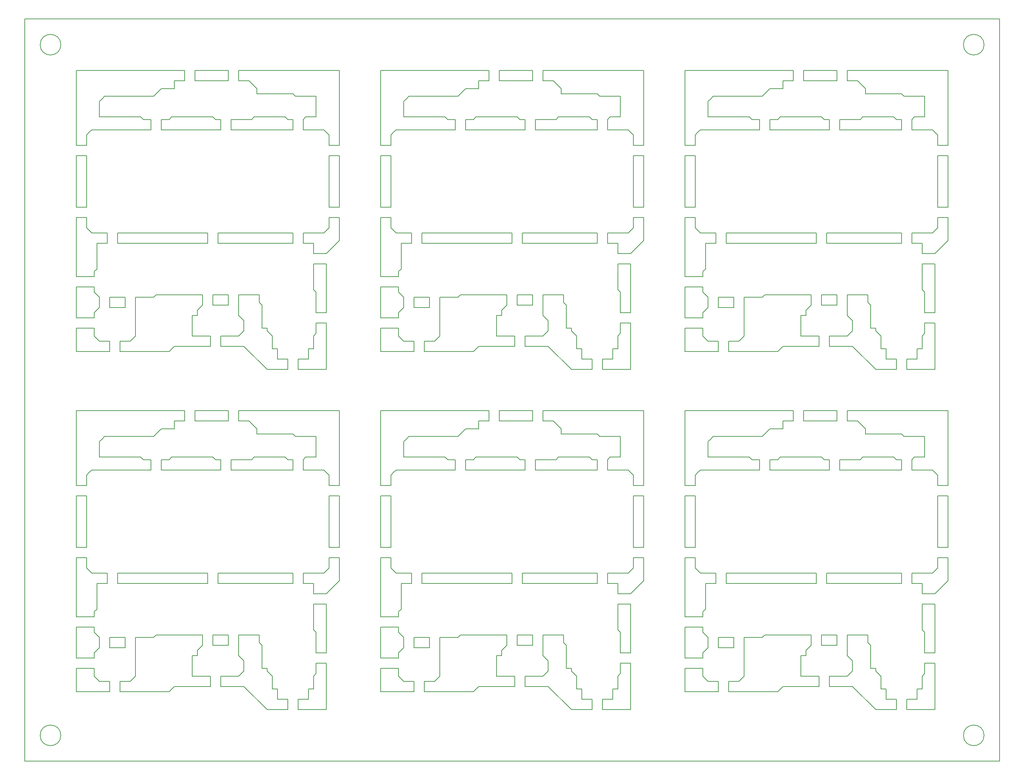
<source format=gbr>
G04 #@! TF.FileFunction,Profile,NP*
%FSLAX46Y46*%
G04 Gerber Fmt 4.6, Leading zero omitted, Abs format (unit mm)*
G04 Created by KiCad (PCBNEW 4.0.7-e2-6376~58~ubuntu16.04.1) date Mon Dec 10 15:36:52 2018*
%MOMM*%
%LPD*%
G01*
G04 APERTURE LIST*
%ADD10C,0.100000*%
%ADD11C,0.150000*%
G04 APERTURE END LIST*
D10*
D11*
X249555000Y-189230000D02*
G75*
G03X249555000Y-189230000I-2540000J0D01*
G01*
X249555000Y-19050000D02*
G75*
G03X249555000Y-19050000I-2540000J0D01*
G01*
X22225000Y-189230000D02*
G75*
G03X22225000Y-189230000I-2540000J0D01*
G01*
X22225000Y-19050000D02*
G75*
G03X22225000Y-19050000I-2540000J0D01*
G01*
X13335000Y-193040000D02*
X13335000Y-15240000D01*
X13335000Y-195580000D02*
X13335000Y-193040000D01*
X15875000Y-195580000D02*
X13335000Y-195580000D01*
X250825000Y-195580000D02*
X15875000Y-195580000D01*
X253365000Y-195580000D02*
X250825000Y-195580000D01*
X253365000Y-193040000D02*
X253365000Y-195580000D01*
X253365000Y-15240000D02*
X253365000Y-193040000D01*
X253365000Y-12700000D02*
X253365000Y-15240000D01*
X250825000Y-12700000D02*
X253365000Y-12700000D01*
X15875000Y-12700000D02*
X250825000Y-12700000D01*
X13335000Y-12700000D02*
X15875000Y-12700000D01*
X13335000Y-15240000D02*
X13335000Y-12700000D01*
X78105000Y-109220000D02*
X90805000Y-109220000D01*
X30480000Y-174625000D02*
X31750000Y-175895000D01*
X39370000Y-175895000D02*
X40640000Y-174625000D01*
X40640000Y-174625000D02*
X40640000Y-168910000D01*
X40640000Y-168910000D02*
X40640000Y-167640000D01*
X67310000Y-170815000D02*
X66040000Y-169545000D01*
X66040000Y-169545000D02*
X66040000Y-167005000D01*
X54610000Y-169545000D02*
X55880000Y-169545000D01*
X56515000Y-174625000D02*
X55245000Y-174625000D01*
X55880000Y-168275000D02*
X57150000Y-167005000D01*
X55880000Y-168275000D02*
X55880000Y-169545000D01*
X28575000Y-147955000D02*
X29845000Y-149225000D01*
X28575000Y-147320000D02*
X28575000Y-147955000D01*
X28575000Y-146050000D02*
X28575000Y-145415000D01*
X33020000Y-115570000D02*
X44450000Y-115570000D01*
X74930000Y-114935000D02*
X78740000Y-114935000D01*
X78740000Y-114935000D02*
X79375000Y-114935000D01*
X79375000Y-114935000D02*
X80010000Y-115570000D01*
X80010000Y-115570000D02*
X85090000Y-115570000D01*
X85090000Y-115570000D02*
X85090000Y-120650000D01*
X66040000Y-174625000D02*
X67310000Y-173355000D01*
X67310000Y-173355000D02*
X67310000Y-170815000D01*
X30480000Y-168910000D02*
X31750000Y-167640000D01*
X29845000Y-123825000D02*
X35560000Y-123825000D01*
X54610000Y-169545000D02*
X54610000Y-170180000D01*
X54610000Y-174625000D02*
X55245000Y-174625000D01*
X66040000Y-174625000D02*
X64135000Y-174625000D01*
X38100000Y-123825000D02*
X35560000Y-123825000D01*
X67945000Y-123825000D02*
X65405000Y-123825000D01*
X31750000Y-119380000D02*
X31750000Y-120015000D01*
X33020000Y-115570000D02*
X32385000Y-116205000D01*
X31750000Y-118745000D02*
X31750000Y-119380000D01*
X29210000Y-124460000D02*
X29845000Y-123825000D01*
X28575000Y-127635000D02*
X28575000Y-127000000D01*
X54610000Y-172720000D02*
X54610000Y-174625000D01*
X57785000Y-174625000D02*
X56515000Y-174625000D01*
X28575000Y-139065000D02*
X28575000Y-137795000D01*
X31750000Y-165100000D02*
X30480000Y-163830000D01*
X45085000Y-165100000D02*
X45720000Y-164465000D01*
X30480000Y-160020000D02*
X30480000Y-158750000D01*
X30480000Y-158750000D02*
X31115000Y-158115000D01*
X31115000Y-158115000D02*
X31115000Y-151765000D01*
X84455000Y-163195000D02*
X85090000Y-163830000D01*
X85090000Y-173990000D02*
X84455000Y-174625000D01*
X84455000Y-174625000D02*
X84455000Y-177800000D01*
X84455000Y-177800000D02*
X83185000Y-177800000D01*
X83185000Y-177800000D02*
X83185000Y-180340000D01*
X75565000Y-180340000D02*
X75565000Y-177800000D01*
X75565000Y-177800000D02*
X74295000Y-177800000D01*
X74295000Y-177800000D02*
X74295000Y-174625000D01*
X74295000Y-174625000D02*
X73025000Y-173355000D01*
X73025000Y-173355000D02*
X73025000Y-172720000D01*
X73025000Y-172720000D02*
X71755000Y-172720000D01*
X71755000Y-172720000D02*
X71755000Y-167005000D01*
X71755000Y-167005000D02*
X71120000Y-166370000D01*
X71120000Y-166370000D02*
X71120000Y-164465000D01*
X31750000Y-118745000D02*
X31750000Y-116840000D01*
X31750000Y-116840000D02*
X32385000Y-116205000D01*
X28575000Y-127000000D02*
X28575000Y-125095000D01*
X28575000Y-125095000D02*
X29210000Y-124460000D01*
X54610000Y-170180000D02*
X54610000Y-172720000D01*
X31115000Y-151765000D02*
X33655000Y-151765000D01*
X33655000Y-151765000D02*
X33655000Y-149225000D01*
X36195000Y-149225000D02*
X36195000Y-151765000D01*
X36195000Y-151765000D02*
X58420000Y-151765000D01*
X58420000Y-151765000D02*
X58420000Y-149225000D01*
X60960000Y-149225000D02*
X60960000Y-151765000D01*
X60960000Y-151765000D02*
X76200000Y-151765000D01*
X84455000Y-151765000D02*
X81915000Y-151765000D01*
X81915000Y-151765000D02*
X81915000Y-149225000D01*
X79375000Y-149225000D02*
X79375000Y-151765000D01*
X79375000Y-151765000D02*
X76200000Y-151765000D01*
X33655000Y-149225000D02*
X29845000Y-149225000D01*
X36195000Y-149225000D02*
X58420000Y-149225000D01*
X60960000Y-149225000D02*
X79375000Y-149225000D01*
X81915000Y-149225000D02*
X86360000Y-149225000D01*
X57150000Y-167005000D02*
X57150000Y-164465000D01*
X57150000Y-164465000D02*
X45720000Y-164465000D01*
X59690000Y-164465000D02*
X59690000Y-167005000D01*
X59690000Y-167005000D02*
X62230000Y-167005000D01*
X66040000Y-167005000D02*
X66040000Y-164465000D01*
X66040000Y-164465000D02*
X71120000Y-164465000D01*
X63500000Y-167005000D02*
X62230000Y-167005000D01*
X63500000Y-167005000D02*
X63500000Y-164465000D01*
X63500000Y-164465000D02*
X59690000Y-164465000D01*
X62230000Y-174625000D02*
X64135000Y-174625000D01*
X31750000Y-167640000D02*
X31750000Y-165100000D01*
X34290000Y-167640000D02*
X34290000Y-165100000D01*
X40640000Y-167640000D02*
X40640000Y-165100000D01*
X40640000Y-165100000D02*
X45085000Y-165100000D01*
X38100000Y-167640000D02*
X38100000Y-165100000D01*
X38100000Y-165100000D02*
X34290000Y-165100000D01*
X34290000Y-167640000D02*
X38100000Y-167640000D01*
X28575000Y-140970000D02*
X28575000Y-139065000D01*
X28575000Y-147320000D02*
X28575000Y-146050000D01*
X69215000Y-112395000D02*
X69850000Y-113030000D01*
X69850000Y-113030000D02*
X70485000Y-113665000D01*
X70485000Y-113665000D02*
X70485000Y-114935000D01*
X70485000Y-114935000D02*
X74930000Y-114935000D01*
X69215000Y-112395000D02*
X68580000Y-111760000D01*
X51435000Y-111760000D02*
X50800000Y-111760000D01*
X50165000Y-112395000D02*
X50165000Y-113665000D01*
X50165000Y-113665000D02*
X46990000Y-113665000D01*
X46990000Y-113665000D02*
X45085000Y-115570000D01*
X45085000Y-115570000D02*
X44450000Y-115570000D01*
X50800000Y-111760000D02*
X50165000Y-111760000D01*
X50165000Y-111760000D02*
X50165000Y-112395000D01*
X31750000Y-120650000D02*
X31750000Y-120015000D01*
X31750000Y-120650000D02*
X41910000Y-120650000D01*
X41910000Y-120650000D02*
X42545000Y-121285000D01*
X48895000Y-121285000D02*
X49530000Y-120650000D01*
X49530000Y-120650000D02*
X58420000Y-120650000D01*
X81915000Y-121285000D02*
X82550000Y-120650000D01*
X82550000Y-120650000D02*
X85090000Y-120650000D01*
X79375000Y-121285000D02*
X79375000Y-123825000D01*
X79375000Y-121285000D02*
X78105000Y-121285000D01*
X78105000Y-121285000D02*
X77470000Y-120650000D01*
X77470000Y-120650000D02*
X69850000Y-120650000D01*
X69850000Y-120650000D02*
X69215000Y-121285000D01*
X68580000Y-121285000D02*
X69215000Y-121285000D01*
X66675000Y-121285000D02*
X68580000Y-121285000D01*
X60325000Y-121285000D02*
X59690000Y-120650000D01*
X59690000Y-120650000D02*
X58420000Y-120650000D01*
X61595000Y-121285000D02*
X61595000Y-123825000D01*
X60960000Y-123825000D02*
X55245000Y-123825000D01*
X64135000Y-121285000D02*
X64135000Y-123825000D01*
X42545000Y-121285000D02*
X44450000Y-121285000D01*
X41275000Y-123825000D02*
X38100000Y-123825000D01*
X46990000Y-121285000D02*
X48895000Y-121285000D01*
X44450000Y-121285000D02*
X44450000Y-123825000D01*
X86360000Y-149225000D02*
X86995000Y-149225000D01*
X86995000Y-149225000D02*
X88265000Y-147955000D01*
X88265000Y-125095000D02*
X86995000Y-123825000D01*
X86995000Y-123825000D02*
X86360000Y-123825000D01*
X46990000Y-121285000D02*
X46990000Y-123825000D01*
X46990000Y-123825000D02*
X55245000Y-123825000D01*
X44450000Y-123825000D02*
X41275000Y-123825000D01*
X60960000Y-123825000D02*
X61595000Y-123825000D01*
X60325000Y-121285000D02*
X61595000Y-121285000D01*
X64135000Y-121285000D02*
X66675000Y-121285000D01*
X64135000Y-123825000D02*
X78740000Y-123825000D01*
X81915000Y-121285000D02*
X81915000Y-123825000D01*
X78740000Y-123825000D02*
X79375000Y-123825000D01*
X81915000Y-123825000D02*
X86360000Y-123825000D01*
X90805000Y-125095000D02*
X90805000Y-109220000D01*
X90805000Y-125095000D02*
X90805000Y-127635000D01*
X90805000Y-127635000D02*
X88265000Y-127635000D01*
X88265000Y-130175000D02*
X90805000Y-130175000D01*
X90805000Y-130175000D02*
X90805000Y-139065000D01*
X90805000Y-145415000D02*
X88265000Y-145415000D01*
X90805000Y-145415000D02*
X90805000Y-151130000D01*
X88265000Y-142875000D02*
X90805000Y-142875000D01*
X90805000Y-142875000D02*
X90805000Y-139065000D01*
X52705000Y-111760000D02*
X52705000Y-109220000D01*
X55245000Y-111760000D02*
X55245000Y-109220000D01*
X66040000Y-111760000D02*
X66040000Y-109220000D01*
X63500000Y-109220000D02*
X63500000Y-111760000D01*
X28575000Y-127635000D02*
X26035000Y-127635000D01*
X26035000Y-130175000D02*
X28575000Y-130175000D01*
X28575000Y-145415000D02*
X26035000Y-145415000D01*
X26035000Y-142875000D02*
X28575000Y-142875000D01*
X26035000Y-127635000D02*
X26035000Y-109220000D01*
X26035000Y-130175000D02*
X26035000Y-142875000D01*
X30480000Y-162560000D02*
X27940000Y-162560000D01*
X27940000Y-162560000D02*
X26035000Y-162560000D01*
X26035000Y-162560000D02*
X26035000Y-168910000D01*
X30480000Y-170180000D02*
X26670000Y-170180000D01*
X26670000Y-170180000D02*
X26035000Y-170180000D01*
X26035000Y-170180000D02*
X26035000Y-168910000D01*
X30480000Y-172720000D02*
X26035000Y-172720000D01*
X26035000Y-172720000D02*
X26035000Y-176530000D01*
X30480000Y-170180000D02*
X30480000Y-168910000D01*
X30480000Y-172720000D02*
X30480000Y-174625000D01*
X30480000Y-160020000D02*
X26035000Y-160020000D01*
X26035000Y-160020000D02*
X26035000Y-145415000D01*
X30480000Y-163830000D02*
X30480000Y-162560000D01*
X28575000Y-142875000D02*
X28575000Y-140970000D01*
X28575000Y-130175000D02*
X28575000Y-137795000D01*
X51435000Y-111760000D02*
X52705000Y-111760000D01*
X55245000Y-111760000D02*
X63500000Y-111760000D01*
X66040000Y-111760000D02*
X68580000Y-111760000D01*
X55245000Y-109220000D02*
X63500000Y-109220000D01*
X26035000Y-109220000D02*
X52705000Y-109220000D01*
X66040000Y-109220000D02*
X86995000Y-109220000D01*
X90805000Y-109220000D02*
X86995000Y-109220000D01*
X88265000Y-127635000D02*
X88265000Y-125095000D01*
X88265000Y-142875000D02*
X88265000Y-130175000D01*
X88265000Y-147955000D02*
X88265000Y-145415000D01*
X78105000Y-180340000D02*
X78105000Y-182880000D01*
X80645000Y-182880000D02*
X80645000Y-180340000D01*
X78105000Y-180340000D02*
X75565000Y-180340000D01*
X80645000Y-180340000D02*
X83185000Y-180340000D01*
X59055000Y-174625000D02*
X59055000Y-176530000D01*
X61595000Y-174625000D02*
X61595000Y-176530000D01*
X61595000Y-176530000D02*
X61595000Y-177165000D01*
X59055000Y-177165000D02*
X59055000Y-176530000D01*
X34290000Y-175895000D02*
X34290000Y-178435000D01*
X36830000Y-175895000D02*
X36830000Y-178435000D01*
X31750000Y-175895000D02*
X34290000Y-175895000D01*
X36830000Y-175895000D02*
X39370000Y-175895000D01*
X73025000Y-182880000D02*
X67310000Y-177165000D01*
X67310000Y-177165000D02*
X61595000Y-177165000D01*
X73025000Y-182880000D02*
X78105000Y-182880000D01*
X36830000Y-178435000D02*
X48895000Y-178435000D01*
X59055000Y-177165000D02*
X50165000Y-177165000D01*
X50165000Y-177165000D02*
X48895000Y-178435000D01*
X34290000Y-178435000D02*
X26035000Y-178435000D01*
X26035000Y-178435000D02*
X26035000Y-176530000D01*
X62230000Y-174625000D02*
X61595000Y-174625000D01*
X59055000Y-174625000D02*
X57785000Y-174625000D01*
X85090000Y-171450000D02*
X87630000Y-171450000D01*
X87630000Y-168910000D02*
X85090000Y-168910000D01*
X85090000Y-168910000D02*
X85090000Y-163830000D01*
X85090000Y-171450000D02*
X85090000Y-173990000D01*
X80645000Y-182880000D02*
X87630000Y-182880000D01*
X87630000Y-182880000D02*
X87630000Y-171450000D01*
X84455000Y-154305000D02*
X87630000Y-154305000D01*
X87630000Y-154305000D02*
X90805000Y-151130000D01*
X84455000Y-156845000D02*
X87630000Y-156845000D01*
X84455000Y-156845000D02*
X84455000Y-163195000D01*
X84455000Y-154305000D02*
X84455000Y-151765000D01*
X87630000Y-156845000D02*
X87630000Y-168910000D01*
X100965000Y-109220000D02*
X100965000Y-111760000D01*
X162560000Y-156845000D02*
X162560000Y-168910000D01*
X159385000Y-154305000D02*
X159385000Y-151765000D01*
X159385000Y-156845000D02*
X159385000Y-163195000D01*
X159385000Y-156845000D02*
X162560000Y-156845000D01*
X162560000Y-154305000D02*
X165735000Y-151130000D01*
X159385000Y-154305000D02*
X162560000Y-154305000D01*
X162560000Y-182880000D02*
X162560000Y-171450000D01*
X155575000Y-182880000D02*
X162560000Y-182880000D01*
X160020000Y-171450000D02*
X160020000Y-173990000D01*
X160020000Y-168910000D02*
X160020000Y-163830000D01*
X162560000Y-168910000D02*
X160020000Y-168910000D01*
X160020000Y-171450000D02*
X162560000Y-171450000D01*
X133985000Y-174625000D02*
X132715000Y-174625000D01*
X137160000Y-174625000D02*
X136525000Y-174625000D01*
X100965000Y-178435000D02*
X100965000Y-176530000D01*
X109220000Y-178435000D02*
X100965000Y-178435000D01*
X125095000Y-177165000D02*
X123825000Y-178435000D01*
X133985000Y-177165000D02*
X125095000Y-177165000D01*
X111760000Y-178435000D02*
X123825000Y-178435000D01*
X147955000Y-182880000D02*
X153035000Y-182880000D01*
X142240000Y-177165000D02*
X136525000Y-177165000D01*
X147955000Y-182880000D02*
X142240000Y-177165000D01*
X111760000Y-175895000D02*
X114300000Y-175895000D01*
X106680000Y-175895000D02*
X109220000Y-175895000D01*
X111760000Y-175895000D02*
X111760000Y-178435000D01*
X109220000Y-175895000D02*
X109220000Y-178435000D01*
X133985000Y-177165000D02*
X133985000Y-176530000D01*
X136525000Y-176530000D02*
X136525000Y-177165000D01*
X136525000Y-174625000D02*
X136525000Y-176530000D01*
X133985000Y-174625000D02*
X133985000Y-176530000D01*
X155575000Y-180340000D02*
X158115000Y-180340000D01*
X153035000Y-180340000D02*
X150495000Y-180340000D01*
X155575000Y-182880000D02*
X155575000Y-180340000D01*
X153035000Y-180340000D02*
X153035000Y-182880000D01*
X163195000Y-147955000D02*
X163195000Y-145415000D01*
X163195000Y-142875000D02*
X163195000Y-130175000D01*
X163195000Y-127635000D02*
X163195000Y-125095000D01*
X165735000Y-109220000D02*
X161925000Y-109220000D01*
X140970000Y-109220000D02*
X161925000Y-109220000D01*
X100965000Y-109220000D02*
X127635000Y-109220000D01*
X130175000Y-109220000D02*
X138430000Y-109220000D01*
X140970000Y-111760000D02*
X143510000Y-111760000D01*
X130175000Y-111760000D02*
X138430000Y-111760000D01*
X126365000Y-111760000D02*
X127635000Y-111760000D01*
X103505000Y-130175000D02*
X103505000Y-137795000D01*
X103505000Y-142875000D02*
X103505000Y-140970000D01*
X105410000Y-163830000D02*
X105410000Y-162560000D01*
X100965000Y-160020000D02*
X100965000Y-145415000D01*
X105410000Y-160020000D02*
X100965000Y-160020000D01*
X105410000Y-172720000D02*
X105410000Y-174625000D01*
X105410000Y-170180000D02*
X105410000Y-168910000D01*
X100965000Y-172720000D02*
X100965000Y-176530000D01*
X105410000Y-172720000D02*
X100965000Y-172720000D01*
X100965000Y-170180000D02*
X100965000Y-168910000D01*
X101600000Y-170180000D02*
X100965000Y-170180000D01*
X105410000Y-170180000D02*
X101600000Y-170180000D01*
X100965000Y-162560000D02*
X100965000Y-168910000D01*
X102870000Y-162560000D02*
X100965000Y-162560000D01*
X105410000Y-162560000D02*
X102870000Y-162560000D01*
X100965000Y-130175000D02*
X100965000Y-142875000D01*
X100965000Y-127635000D02*
X100965000Y-109220000D01*
X100965000Y-142875000D02*
X103505000Y-142875000D01*
X103505000Y-145415000D02*
X100965000Y-145415000D01*
X100965000Y-130175000D02*
X103505000Y-130175000D01*
X103505000Y-127635000D02*
X100965000Y-127635000D01*
X138430000Y-109220000D02*
X138430000Y-111760000D01*
X140970000Y-111760000D02*
X140970000Y-109220000D01*
X130175000Y-111760000D02*
X130175000Y-109220000D01*
X127635000Y-111760000D02*
X127635000Y-109220000D01*
X165735000Y-142875000D02*
X165735000Y-139065000D01*
X163195000Y-142875000D02*
X165735000Y-142875000D01*
X165735000Y-145415000D02*
X165735000Y-151130000D01*
X165735000Y-145415000D02*
X163195000Y-145415000D01*
X165735000Y-130175000D02*
X165735000Y-139065000D01*
X163195000Y-130175000D02*
X165735000Y-130175000D01*
X165735000Y-127635000D02*
X163195000Y-127635000D01*
X165735000Y-125095000D02*
X165735000Y-127635000D01*
X165735000Y-125095000D02*
X165735000Y-109220000D01*
X156845000Y-123825000D02*
X161290000Y-123825000D01*
X153670000Y-123825000D02*
X154305000Y-123825000D01*
X156845000Y-121285000D02*
X156845000Y-123825000D01*
X139065000Y-123825000D02*
X153670000Y-123825000D01*
X139065000Y-121285000D02*
X141605000Y-121285000D01*
X135255000Y-121285000D02*
X136525000Y-121285000D01*
X135890000Y-123825000D02*
X136525000Y-123825000D01*
X119380000Y-123825000D02*
X116205000Y-123825000D01*
X121920000Y-123825000D02*
X130175000Y-123825000D01*
X121920000Y-121285000D02*
X121920000Y-123825000D01*
X161925000Y-123825000D02*
X161290000Y-123825000D01*
X163195000Y-125095000D02*
X161925000Y-123825000D01*
X161925000Y-149225000D02*
X163195000Y-147955000D01*
X161290000Y-149225000D02*
X161925000Y-149225000D01*
X119380000Y-121285000D02*
X119380000Y-123825000D01*
X121920000Y-121285000D02*
X123825000Y-121285000D01*
X116205000Y-123825000D02*
X113030000Y-123825000D01*
X117475000Y-121285000D02*
X119380000Y-121285000D01*
X139065000Y-121285000D02*
X139065000Y-123825000D01*
X135890000Y-123825000D02*
X130175000Y-123825000D01*
X136525000Y-121285000D02*
X136525000Y-123825000D01*
X134620000Y-120650000D02*
X133350000Y-120650000D01*
X135255000Y-121285000D02*
X134620000Y-120650000D01*
X141605000Y-121285000D02*
X143510000Y-121285000D01*
X143510000Y-121285000D02*
X144145000Y-121285000D01*
X144780000Y-120650000D02*
X144145000Y-121285000D01*
X152400000Y-120650000D02*
X144780000Y-120650000D01*
X153035000Y-121285000D02*
X152400000Y-120650000D01*
X154305000Y-121285000D02*
X153035000Y-121285000D01*
X154305000Y-121285000D02*
X154305000Y-123825000D01*
X157480000Y-120650000D02*
X160020000Y-120650000D01*
X156845000Y-121285000D02*
X157480000Y-120650000D01*
X124460000Y-120650000D02*
X133350000Y-120650000D01*
X123825000Y-121285000D02*
X124460000Y-120650000D01*
X116840000Y-120650000D02*
X117475000Y-121285000D01*
X106680000Y-120650000D02*
X116840000Y-120650000D01*
X106680000Y-120650000D02*
X106680000Y-120015000D01*
X125095000Y-111760000D02*
X125095000Y-112395000D01*
X125730000Y-111760000D02*
X125095000Y-111760000D01*
X120015000Y-115570000D02*
X119380000Y-115570000D01*
X121920000Y-113665000D02*
X120015000Y-115570000D01*
X125095000Y-113665000D02*
X121920000Y-113665000D01*
X125095000Y-112395000D02*
X125095000Y-113665000D01*
X126365000Y-111760000D02*
X125730000Y-111760000D01*
X144145000Y-112395000D02*
X143510000Y-111760000D01*
X145415000Y-114935000D02*
X149860000Y-114935000D01*
X145415000Y-113665000D02*
X145415000Y-114935000D01*
X144780000Y-113030000D02*
X145415000Y-113665000D01*
X144145000Y-112395000D02*
X144780000Y-113030000D01*
X103505000Y-147320000D02*
X103505000Y-146050000D01*
X103505000Y-140970000D02*
X103505000Y-139065000D01*
X109220000Y-167640000D02*
X113030000Y-167640000D01*
X113030000Y-165100000D02*
X109220000Y-165100000D01*
X113030000Y-167640000D02*
X113030000Y-165100000D01*
X115570000Y-165100000D02*
X120015000Y-165100000D01*
X115570000Y-167640000D02*
X115570000Y-165100000D01*
X109220000Y-167640000D02*
X109220000Y-165100000D01*
X106680000Y-167640000D02*
X106680000Y-165100000D01*
X137160000Y-174625000D02*
X139065000Y-174625000D01*
X138430000Y-164465000D02*
X134620000Y-164465000D01*
X138430000Y-167005000D02*
X138430000Y-164465000D01*
X138430000Y-167005000D02*
X137160000Y-167005000D01*
X140970000Y-164465000D02*
X146050000Y-164465000D01*
X140970000Y-167005000D02*
X140970000Y-164465000D01*
X134620000Y-167005000D02*
X137160000Y-167005000D01*
X134620000Y-164465000D02*
X134620000Y-167005000D01*
X132080000Y-164465000D02*
X120650000Y-164465000D01*
X132080000Y-167005000D02*
X132080000Y-164465000D01*
X156845000Y-149225000D02*
X161290000Y-149225000D01*
X135890000Y-149225000D02*
X154305000Y-149225000D01*
X111125000Y-149225000D02*
X133350000Y-149225000D01*
X108585000Y-149225000D02*
X104775000Y-149225000D01*
X154305000Y-151765000D02*
X151130000Y-151765000D01*
X154305000Y-149225000D02*
X154305000Y-151765000D01*
X156845000Y-151765000D02*
X156845000Y-149225000D01*
X159385000Y-151765000D02*
X156845000Y-151765000D01*
X135890000Y-151765000D02*
X151130000Y-151765000D01*
X135890000Y-149225000D02*
X135890000Y-151765000D01*
X133350000Y-151765000D02*
X133350000Y-149225000D01*
X111125000Y-151765000D02*
X133350000Y-151765000D01*
X111125000Y-149225000D02*
X111125000Y-151765000D01*
X108585000Y-151765000D02*
X108585000Y-149225000D01*
X106045000Y-151765000D02*
X108585000Y-151765000D01*
X129540000Y-170180000D02*
X129540000Y-172720000D01*
X103505000Y-125095000D02*
X104140000Y-124460000D01*
X103505000Y-127000000D02*
X103505000Y-125095000D01*
X106680000Y-116840000D02*
X107315000Y-116205000D01*
X106680000Y-118745000D02*
X106680000Y-116840000D01*
X146050000Y-166370000D02*
X146050000Y-164465000D01*
X146685000Y-167005000D02*
X146050000Y-166370000D01*
X146685000Y-172720000D02*
X146685000Y-167005000D01*
X147955000Y-172720000D02*
X146685000Y-172720000D01*
X147955000Y-173355000D02*
X147955000Y-172720000D01*
X149225000Y-174625000D02*
X147955000Y-173355000D01*
X149225000Y-177800000D02*
X149225000Y-174625000D01*
X150495000Y-177800000D02*
X149225000Y-177800000D01*
X150495000Y-180340000D02*
X150495000Y-177800000D01*
X158115000Y-177800000D02*
X158115000Y-180340000D01*
X159385000Y-177800000D02*
X158115000Y-177800000D01*
X159385000Y-174625000D02*
X159385000Y-177800000D01*
X160020000Y-173990000D02*
X159385000Y-174625000D01*
X159385000Y-163195000D02*
X160020000Y-163830000D01*
X106045000Y-158115000D02*
X106045000Y-151765000D01*
X105410000Y-158750000D02*
X106045000Y-158115000D01*
X105410000Y-160020000D02*
X105410000Y-158750000D01*
X120015000Y-165100000D02*
X120650000Y-164465000D01*
X106680000Y-165100000D02*
X105410000Y-163830000D01*
X103505000Y-139065000D02*
X103505000Y-137795000D01*
X132715000Y-174625000D02*
X131445000Y-174625000D01*
X129540000Y-172720000D02*
X129540000Y-174625000D01*
X103505000Y-127635000D02*
X103505000Y-127000000D01*
X104140000Y-124460000D02*
X104775000Y-123825000D01*
X106680000Y-118745000D02*
X106680000Y-119380000D01*
X107950000Y-115570000D02*
X107315000Y-116205000D01*
X106680000Y-119380000D02*
X106680000Y-120015000D01*
X142875000Y-123825000D02*
X140335000Y-123825000D01*
X113030000Y-123825000D02*
X110490000Y-123825000D01*
X140970000Y-174625000D02*
X139065000Y-174625000D01*
X129540000Y-174625000D02*
X130175000Y-174625000D01*
X129540000Y-169545000D02*
X129540000Y-170180000D01*
X104775000Y-123825000D02*
X110490000Y-123825000D01*
X105410000Y-168910000D02*
X106680000Y-167640000D01*
X142240000Y-173355000D02*
X142240000Y-170815000D01*
X140970000Y-174625000D02*
X142240000Y-173355000D01*
X160020000Y-115570000D02*
X160020000Y-120650000D01*
X154940000Y-115570000D02*
X160020000Y-115570000D01*
X154305000Y-114935000D02*
X154940000Y-115570000D01*
X153670000Y-114935000D02*
X154305000Y-114935000D01*
X149860000Y-114935000D02*
X153670000Y-114935000D01*
X107950000Y-115570000D02*
X119380000Y-115570000D01*
X103505000Y-146050000D02*
X103505000Y-145415000D01*
X103505000Y-147320000D02*
X103505000Y-147955000D01*
X103505000Y-147955000D02*
X104775000Y-149225000D01*
X130810000Y-168275000D02*
X130810000Y-169545000D01*
X130810000Y-168275000D02*
X132080000Y-167005000D01*
X131445000Y-174625000D02*
X130175000Y-174625000D01*
X129540000Y-169545000D02*
X130810000Y-169545000D01*
X140970000Y-169545000D02*
X140970000Y-167005000D01*
X142240000Y-170815000D02*
X140970000Y-169545000D01*
X115570000Y-168910000D02*
X115570000Y-167640000D01*
X115570000Y-174625000D02*
X115570000Y-168910000D01*
X114300000Y-175895000D02*
X115570000Y-174625000D01*
X105410000Y-174625000D02*
X106680000Y-175895000D01*
X237490000Y-156845000D02*
X237490000Y-168910000D01*
X234315000Y-154305000D02*
X234315000Y-151765000D01*
X234315000Y-156845000D02*
X234315000Y-163195000D01*
X234315000Y-156845000D02*
X237490000Y-156845000D01*
X237490000Y-154305000D02*
X240665000Y-151130000D01*
X234315000Y-154305000D02*
X237490000Y-154305000D01*
X237490000Y-182880000D02*
X237490000Y-171450000D01*
X230505000Y-182880000D02*
X237490000Y-182880000D01*
X234950000Y-171450000D02*
X234950000Y-173990000D01*
X234950000Y-168910000D02*
X234950000Y-163830000D01*
X237490000Y-168910000D02*
X234950000Y-168910000D01*
X234950000Y-171450000D02*
X237490000Y-171450000D01*
X208915000Y-174625000D02*
X207645000Y-174625000D01*
X212090000Y-174625000D02*
X211455000Y-174625000D01*
X175895000Y-178435000D02*
X175895000Y-176530000D01*
X184150000Y-178435000D02*
X175895000Y-178435000D01*
X200025000Y-177165000D02*
X198755000Y-178435000D01*
X208915000Y-177165000D02*
X200025000Y-177165000D01*
X186690000Y-178435000D02*
X198755000Y-178435000D01*
X222885000Y-182880000D02*
X227965000Y-182880000D01*
X217170000Y-177165000D02*
X211455000Y-177165000D01*
X222885000Y-182880000D02*
X217170000Y-177165000D01*
X186690000Y-175895000D02*
X189230000Y-175895000D01*
X181610000Y-175895000D02*
X184150000Y-175895000D01*
X186690000Y-175895000D02*
X186690000Y-178435000D01*
X184150000Y-175895000D02*
X184150000Y-178435000D01*
X208915000Y-177165000D02*
X208915000Y-176530000D01*
X211455000Y-176530000D02*
X211455000Y-177165000D01*
X211455000Y-174625000D02*
X211455000Y-176530000D01*
X208915000Y-174625000D02*
X208915000Y-176530000D01*
X230505000Y-180340000D02*
X233045000Y-180340000D01*
X227965000Y-180340000D02*
X225425000Y-180340000D01*
X230505000Y-182880000D02*
X230505000Y-180340000D01*
X227965000Y-180340000D02*
X227965000Y-182880000D01*
X238125000Y-147955000D02*
X238125000Y-145415000D01*
X238125000Y-142875000D02*
X238125000Y-130175000D01*
X238125000Y-127635000D02*
X238125000Y-125095000D01*
X240665000Y-109220000D02*
X236855000Y-109220000D01*
X215900000Y-109220000D02*
X236855000Y-109220000D01*
X175895000Y-109220000D02*
X202565000Y-109220000D01*
X205105000Y-109220000D02*
X213360000Y-109220000D01*
X215900000Y-111760000D02*
X218440000Y-111760000D01*
X205105000Y-111760000D02*
X213360000Y-111760000D01*
X201295000Y-111760000D02*
X202565000Y-111760000D01*
X178435000Y-130175000D02*
X178435000Y-137795000D01*
X178435000Y-142875000D02*
X178435000Y-140970000D01*
X180340000Y-163830000D02*
X180340000Y-162560000D01*
X175895000Y-160020000D02*
X175895000Y-145415000D01*
X180340000Y-160020000D02*
X175895000Y-160020000D01*
X180340000Y-172720000D02*
X180340000Y-174625000D01*
X180340000Y-170180000D02*
X180340000Y-168910000D01*
X175895000Y-172720000D02*
X175895000Y-176530000D01*
X180340000Y-172720000D02*
X175895000Y-172720000D01*
X175895000Y-170180000D02*
X175895000Y-168910000D01*
X176530000Y-170180000D02*
X175895000Y-170180000D01*
X180340000Y-170180000D02*
X176530000Y-170180000D01*
X175895000Y-162560000D02*
X175895000Y-168910000D01*
X177800000Y-162560000D02*
X175895000Y-162560000D01*
X180340000Y-162560000D02*
X177800000Y-162560000D01*
X175895000Y-130175000D02*
X175895000Y-142875000D01*
X175895000Y-127635000D02*
X175895000Y-109220000D01*
X175895000Y-142875000D02*
X178435000Y-142875000D01*
X178435000Y-145415000D02*
X175895000Y-145415000D01*
X175895000Y-130175000D02*
X178435000Y-130175000D01*
X178435000Y-127635000D02*
X175895000Y-127635000D01*
X213360000Y-109220000D02*
X213360000Y-111760000D01*
X215900000Y-111760000D02*
X215900000Y-109220000D01*
X205105000Y-111760000D02*
X205105000Y-109220000D01*
X202565000Y-111760000D02*
X202565000Y-109220000D01*
X240665000Y-142875000D02*
X240665000Y-139065000D01*
X238125000Y-142875000D02*
X240665000Y-142875000D01*
X240665000Y-145415000D02*
X240665000Y-151130000D01*
X240665000Y-145415000D02*
X238125000Y-145415000D01*
X240665000Y-130175000D02*
X240665000Y-139065000D01*
X238125000Y-130175000D02*
X240665000Y-130175000D01*
X240665000Y-127635000D02*
X238125000Y-127635000D01*
X240665000Y-125095000D02*
X240665000Y-127635000D01*
X240665000Y-125095000D02*
X240665000Y-109220000D01*
X231775000Y-123825000D02*
X236220000Y-123825000D01*
X228600000Y-123825000D02*
X229235000Y-123825000D01*
X231775000Y-121285000D02*
X231775000Y-123825000D01*
X213995000Y-123825000D02*
X228600000Y-123825000D01*
X213995000Y-121285000D02*
X216535000Y-121285000D01*
X210185000Y-121285000D02*
X211455000Y-121285000D01*
X210820000Y-123825000D02*
X211455000Y-123825000D01*
X194310000Y-123825000D02*
X191135000Y-123825000D01*
X196850000Y-123825000D02*
X205105000Y-123825000D01*
X196850000Y-121285000D02*
X196850000Y-123825000D01*
X236855000Y-123825000D02*
X236220000Y-123825000D01*
X238125000Y-125095000D02*
X236855000Y-123825000D01*
X236855000Y-149225000D02*
X238125000Y-147955000D01*
X236220000Y-149225000D02*
X236855000Y-149225000D01*
X194310000Y-121285000D02*
X194310000Y-123825000D01*
X196850000Y-121285000D02*
X198755000Y-121285000D01*
X191135000Y-123825000D02*
X187960000Y-123825000D01*
X192405000Y-121285000D02*
X194310000Y-121285000D01*
X213995000Y-121285000D02*
X213995000Y-123825000D01*
X210820000Y-123825000D02*
X205105000Y-123825000D01*
X211455000Y-121285000D02*
X211455000Y-123825000D01*
X209550000Y-120650000D02*
X208280000Y-120650000D01*
X210185000Y-121285000D02*
X209550000Y-120650000D01*
X216535000Y-121285000D02*
X218440000Y-121285000D01*
X218440000Y-121285000D02*
X219075000Y-121285000D01*
X219710000Y-120650000D02*
X219075000Y-121285000D01*
X227330000Y-120650000D02*
X219710000Y-120650000D01*
X227965000Y-121285000D02*
X227330000Y-120650000D01*
X229235000Y-121285000D02*
X227965000Y-121285000D01*
X229235000Y-121285000D02*
X229235000Y-123825000D01*
X232410000Y-120650000D02*
X234950000Y-120650000D01*
X231775000Y-121285000D02*
X232410000Y-120650000D01*
X199390000Y-120650000D02*
X208280000Y-120650000D01*
X198755000Y-121285000D02*
X199390000Y-120650000D01*
X191770000Y-120650000D02*
X192405000Y-121285000D01*
X181610000Y-120650000D02*
X191770000Y-120650000D01*
X181610000Y-120650000D02*
X181610000Y-120015000D01*
X200025000Y-111760000D02*
X200025000Y-112395000D01*
X200660000Y-111760000D02*
X200025000Y-111760000D01*
X194945000Y-115570000D02*
X194310000Y-115570000D01*
X196850000Y-113665000D02*
X194945000Y-115570000D01*
X200025000Y-113665000D02*
X196850000Y-113665000D01*
X200025000Y-112395000D02*
X200025000Y-113665000D01*
X201295000Y-111760000D02*
X200660000Y-111760000D01*
X219075000Y-112395000D02*
X218440000Y-111760000D01*
X220345000Y-114935000D02*
X224790000Y-114935000D01*
X220345000Y-113665000D02*
X220345000Y-114935000D01*
X219710000Y-113030000D02*
X220345000Y-113665000D01*
X219075000Y-112395000D02*
X219710000Y-113030000D01*
X178435000Y-147320000D02*
X178435000Y-146050000D01*
X178435000Y-140970000D02*
X178435000Y-139065000D01*
X184150000Y-167640000D02*
X187960000Y-167640000D01*
X187960000Y-165100000D02*
X184150000Y-165100000D01*
X187960000Y-167640000D02*
X187960000Y-165100000D01*
X190500000Y-165100000D02*
X194945000Y-165100000D01*
X190500000Y-167640000D02*
X190500000Y-165100000D01*
X184150000Y-167640000D02*
X184150000Y-165100000D01*
X181610000Y-167640000D02*
X181610000Y-165100000D01*
X212090000Y-174625000D02*
X213995000Y-174625000D01*
X213360000Y-164465000D02*
X209550000Y-164465000D01*
X213360000Y-167005000D02*
X213360000Y-164465000D01*
X213360000Y-167005000D02*
X212090000Y-167005000D01*
X215900000Y-164465000D02*
X220980000Y-164465000D01*
X215900000Y-167005000D02*
X215900000Y-164465000D01*
X209550000Y-167005000D02*
X212090000Y-167005000D01*
X209550000Y-164465000D02*
X209550000Y-167005000D01*
X207010000Y-164465000D02*
X195580000Y-164465000D01*
X207010000Y-167005000D02*
X207010000Y-164465000D01*
X231775000Y-149225000D02*
X236220000Y-149225000D01*
X210820000Y-149225000D02*
X229235000Y-149225000D01*
X186055000Y-149225000D02*
X208280000Y-149225000D01*
X183515000Y-149225000D02*
X179705000Y-149225000D01*
X229235000Y-151765000D02*
X226060000Y-151765000D01*
X229235000Y-149225000D02*
X229235000Y-151765000D01*
X231775000Y-151765000D02*
X231775000Y-149225000D01*
X234315000Y-151765000D02*
X231775000Y-151765000D01*
X210820000Y-151765000D02*
X226060000Y-151765000D01*
X210820000Y-149225000D02*
X210820000Y-151765000D01*
X208280000Y-151765000D02*
X208280000Y-149225000D01*
X186055000Y-151765000D02*
X208280000Y-151765000D01*
X186055000Y-149225000D02*
X186055000Y-151765000D01*
X183515000Y-151765000D02*
X183515000Y-149225000D01*
X180975000Y-151765000D02*
X183515000Y-151765000D01*
X204470000Y-170180000D02*
X204470000Y-172720000D01*
X178435000Y-125095000D02*
X179070000Y-124460000D01*
X178435000Y-127000000D02*
X178435000Y-125095000D01*
X181610000Y-116840000D02*
X182245000Y-116205000D01*
X181610000Y-118745000D02*
X181610000Y-116840000D01*
X220980000Y-166370000D02*
X220980000Y-164465000D01*
X221615000Y-167005000D02*
X220980000Y-166370000D01*
X221615000Y-172720000D02*
X221615000Y-167005000D01*
X222885000Y-172720000D02*
X221615000Y-172720000D01*
X222885000Y-173355000D02*
X222885000Y-172720000D01*
X224155000Y-174625000D02*
X222885000Y-173355000D01*
X224155000Y-177800000D02*
X224155000Y-174625000D01*
X225425000Y-177800000D02*
X224155000Y-177800000D01*
X225425000Y-180340000D02*
X225425000Y-177800000D01*
X233045000Y-177800000D02*
X233045000Y-180340000D01*
X234315000Y-177800000D02*
X233045000Y-177800000D01*
X234315000Y-174625000D02*
X234315000Y-177800000D01*
X234950000Y-173990000D02*
X234315000Y-174625000D01*
X234315000Y-163195000D02*
X234950000Y-163830000D01*
X180975000Y-158115000D02*
X180975000Y-151765000D01*
X180340000Y-158750000D02*
X180975000Y-158115000D01*
X180340000Y-160020000D02*
X180340000Y-158750000D01*
X194945000Y-165100000D02*
X195580000Y-164465000D01*
X181610000Y-165100000D02*
X180340000Y-163830000D01*
X178435000Y-139065000D02*
X178435000Y-137795000D01*
X207645000Y-174625000D02*
X206375000Y-174625000D01*
X204470000Y-172720000D02*
X204470000Y-174625000D01*
X178435000Y-127635000D02*
X178435000Y-127000000D01*
X179070000Y-124460000D02*
X179705000Y-123825000D01*
X181610000Y-118745000D02*
X181610000Y-119380000D01*
X182880000Y-115570000D02*
X182245000Y-116205000D01*
X181610000Y-119380000D02*
X181610000Y-120015000D01*
X217805000Y-123825000D02*
X215265000Y-123825000D01*
X187960000Y-123825000D02*
X185420000Y-123825000D01*
X215900000Y-174625000D02*
X213995000Y-174625000D01*
X204470000Y-174625000D02*
X205105000Y-174625000D01*
X204470000Y-169545000D02*
X204470000Y-170180000D01*
X179705000Y-123825000D02*
X185420000Y-123825000D01*
X180340000Y-168910000D02*
X181610000Y-167640000D01*
X217170000Y-173355000D02*
X217170000Y-170815000D01*
X215900000Y-174625000D02*
X217170000Y-173355000D01*
X234950000Y-115570000D02*
X234950000Y-120650000D01*
X229870000Y-115570000D02*
X234950000Y-115570000D01*
X229235000Y-114935000D02*
X229870000Y-115570000D01*
X228600000Y-114935000D02*
X229235000Y-114935000D01*
X224790000Y-114935000D02*
X228600000Y-114935000D01*
X182880000Y-115570000D02*
X194310000Y-115570000D01*
X178435000Y-146050000D02*
X178435000Y-145415000D01*
X178435000Y-147320000D02*
X178435000Y-147955000D01*
X178435000Y-147955000D02*
X179705000Y-149225000D01*
X205740000Y-168275000D02*
X205740000Y-169545000D01*
X205740000Y-168275000D02*
X207010000Y-167005000D01*
X206375000Y-174625000D02*
X205105000Y-174625000D01*
X204470000Y-169545000D02*
X205740000Y-169545000D01*
X215900000Y-169545000D02*
X215900000Y-167005000D01*
X217170000Y-170815000D02*
X215900000Y-169545000D01*
X190500000Y-168910000D02*
X190500000Y-167640000D01*
X190500000Y-174625000D02*
X190500000Y-168910000D01*
X189230000Y-175895000D02*
X190500000Y-174625000D01*
X180340000Y-174625000D02*
X181610000Y-175895000D01*
X180340000Y-90805000D02*
X181610000Y-92075000D01*
X189230000Y-92075000D02*
X190500000Y-90805000D01*
X190500000Y-90805000D02*
X190500000Y-85090000D01*
X190500000Y-85090000D02*
X190500000Y-83820000D01*
X217170000Y-86995000D02*
X215900000Y-85725000D01*
X215900000Y-85725000D02*
X215900000Y-83185000D01*
X204470000Y-85725000D02*
X205740000Y-85725000D01*
X206375000Y-90805000D02*
X205105000Y-90805000D01*
X205740000Y-84455000D02*
X207010000Y-83185000D01*
X205740000Y-84455000D02*
X205740000Y-85725000D01*
X178435000Y-64135000D02*
X179705000Y-65405000D01*
X178435000Y-63500000D02*
X178435000Y-64135000D01*
X178435000Y-62230000D02*
X178435000Y-61595000D01*
X182880000Y-31750000D02*
X194310000Y-31750000D01*
X224790000Y-31115000D02*
X228600000Y-31115000D01*
X228600000Y-31115000D02*
X229235000Y-31115000D01*
X229235000Y-31115000D02*
X229870000Y-31750000D01*
X229870000Y-31750000D02*
X234950000Y-31750000D01*
X234950000Y-31750000D02*
X234950000Y-36830000D01*
X215900000Y-90805000D02*
X217170000Y-89535000D01*
X217170000Y-89535000D02*
X217170000Y-86995000D01*
X180340000Y-85090000D02*
X181610000Y-83820000D01*
X179705000Y-40005000D02*
X185420000Y-40005000D01*
X204470000Y-85725000D02*
X204470000Y-86360000D01*
X204470000Y-90805000D02*
X205105000Y-90805000D01*
X215900000Y-90805000D02*
X213995000Y-90805000D01*
X187960000Y-40005000D02*
X185420000Y-40005000D01*
X217805000Y-40005000D02*
X215265000Y-40005000D01*
X181610000Y-35560000D02*
X181610000Y-36195000D01*
X182880000Y-31750000D02*
X182245000Y-32385000D01*
X181610000Y-34925000D02*
X181610000Y-35560000D01*
X179070000Y-40640000D02*
X179705000Y-40005000D01*
X178435000Y-43815000D02*
X178435000Y-43180000D01*
X204470000Y-88900000D02*
X204470000Y-90805000D01*
X207645000Y-90805000D02*
X206375000Y-90805000D01*
X178435000Y-55245000D02*
X178435000Y-53975000D01*
X181610000Y-81280000D02*
X180340000Y-80010000D01*
X194945000Y-81280000D02*
X195580000Y-80645000D01*
X180340000Y-76200000D02*
X180340000Y-74930000D01*
X180340000Y-74930000D02*
X180975000Y-74295000D01*
X180975000Y-74295000D02*
X180975000Y-67945000D01*
X234315000Y-79375000D02*
X234950000Y-80010000D01*
X234950000Y-90170000D02*
X234315000Y-90805000D01*
X234315000Y-90805000D02*
X234315000Y-93980000D01*
X234315000Y-93980000D02*
X233045000Y-93980000D01*
X233045000Y-93980000D02*
X233045000Y-96520000D01*
X225425000Y-96520000D02*
X225425000Y-93980000D01*
X225425000Y-93980000D02*
X224155000Y-93980000D01*
X224155000Y-93980000D02*
X224155000Y-90805000D01*
X224155000Y-90805000D02*
X222885000Y-89535000D01*
X222885000Y-89535000D02*
X222885000Y-88900000D01*
X222885000Y-88900000D02*
X221615000Y-88900000D01*
X221615000Y-88900000D02*
X221615000Y-83185000D01*
X221615000Y-83185000D02*
X220980000Y-82550000D01*
X220980000Y-82550000D02*
X220980000Y-80645000D01*
X181610000Y-34925000D02*
X181610000Y-33020000D01*
X181610000Y-33020000D02*
X182245000Y-32385000D01*
X178435000Y-43180000D02*
X178435000Y-41275000D01*
X178435000Y-41275000D02*
X179070000Y-40640000D01*
X204470000Y-86360000D02*
X204470000Y-88900000D01*
X180975000Y-67945000D02*
X183515000Y-67945000D01*
X183515000Y-67945000D02*
X183515000Y-65405000D01*
X186055000Y-65405000D02*
X186055000Y-67945000D01*
X186055000Y-67945000D02*
X208280000Y-67945000D01*
X208280000Y-67945000D02*
X208280000Y-65405000D01*
X210820000Y-65405000D02*
X210820000Y-67945000D01*
X210820000Y-67945000D02*
X226060000Y-67945000D01*
X234315000Y-67945000D02*
X231775000Y-67945000D01*
X231775000Y-67945000D02*
X231775000Y-65405000D01*
X229235000Y-65405000D02*
X229235000Y-67945000D01*
X229235000Y-67945000D02*
X226060000Y-67945000D01*
X183515000Y-65405000D02*
X179705000Y-65405000D01*
X186055000Y-65405000D02*
X208280000Y-65405000D01*
X210820000Y-65405000D02*
X229235000Y-65405000D01*
X231775000Y-65405000D02*
X236220000Y-65405000D01*
X207010000Y-83185000D02*
X207010000Y-80645000D01*
X207010000Y-80645000D02*
X195580000Y-80645000D01*
X209550000Y-80645000D02*
X209550000Y-83185000D01*
X209550000Y-83185000D02*
X212090000Y-83185000D01*
X215900000Y-83185000D02*
X215900000Y-80645000D01*
X215900000Y-80645000D02*
X220980000Y-80645000D01*
X213360000Y-83185000D02*
X212090000Y-83185000D01*
X213360000Y-83185000D02*
X213360000Y-80645000D01*
X213360000Y-80645000D02*
X209550000Y-80645000D01*
X212090000Y-90805000D02*
X213995000Y-90805000D01*
X181610000Y-83820000D02*
X181610000Y-81280000D01*
X184150000Y-83820000D02*
X184150000Y-81280000D01*
X190500000Y-83820000D02*
X190500000Y-81280000D01*
X190500000Y-81280000D02*
X194945000Y-81280000D01*
X187960000Y-83820000D02*
X187960000Y-81280000D01*
X187960000Y-81280000D02*
X184150000Y-81280000D01*
X184150000Y-83820000D02*
X187960000Y-83820000D01*
X178435000Y-57150000D02*
X178435000Y-55245000D01*
X178435000Y-63500000D02*
X178435000Y-62230000D01*
X219075000Y-28575000D02*
X219710000Y-29210000D01*
X219710000Y-29210000D02*
X220345000Y-29845000D01*
X220345000Y-29845000D02*
X220345000Y-31115000D01*
X220345000Y-31115000D02*
X224790000Y-31115000D01*
X219075000Y-28575000D02*
X218440000Y-27940000D01*
X201295000Y-27940000D02*
X200660000Y-27940000D01*
X200025000Y-28575000D02*
X200025000Y-29845000D01*
X200025000Y-29845000D02*
X196850000Y-29845000D01*
X196850000Y-29845000D02*
X194945000Y-31750000D01*
X194945000Y-31750000D02*
X194310000Y-31750000D01*
X200660000Y-27940000D02*
X200025000Y-27940000D01*
X200025000Y-27940000D02*
X200025000Y-28575000D01*
X181610000Y-36830000D02*
X181610000Y-36195000D01*
X181610000Y-36830000D02*
X191770000Y-36830000D01*
X191770000Y-36830000D02*
X192405000Y-37465000D01*
X198755000Y-37465000D02*
X199390000Y-36830000D01*
X199390000Y-36830000D02*
X208280000Y-36830000D01*
X231775000Y-37465000D02*
X232410000Y-36830000D01*
X232410000Y-36830000D02*
X234950000Y-36830000D01*
X229235000Y-37465000D02*
X229235000Y-40005000D01*
X229235000Y-37465000D02*
X227965000Y-37465000D01*
X227965000Y-37465000D02*
X227330000Y-36830000D01*
X227330000Y-36830000D02*
X219710000Y-36830000D01*
X219710000Y-36830000D02*
X219075000Y-37465000D01*
X218440000Y-37465000D02*
X219075000Y-37465000D01*
X216535000Y-37465000D02*
X218440000Y-37465000D01*
X210185000Y-37465000D02*
X209550000Y-36830000D01*
X209550000Y-36830000D02*
X208280000Y-36830000D01*
X211455000Y-37465000D02*
X211455000Y-40005000D01*
X210820000Y-40005000D02*
X205105000Y-40005000D01*
X213995000Y-37465000D02*
X213995000Y-40005000D01*
X192405000Y-37465000D02*
X194310000Y-37465000D01*
X191135000Y-40005000D02*
X187960000Y-40005000D01*
X196850000Y-37465000D02*
X198755000Y-37465000D01*
X194310000Y-37465000D02*
X194310000Y-40005000D01*
X236220000Y-65405000D02*
X236855000Y-65405000D01*
X236855000Y-65405000D02*
X238125000Y-64135000D01*
X238125000Y-41275000D02*
X236855000Y-40005000D01*
X236855000Y-40005000D02*
X236220000Y-40005000D01*
X196850000Y-37465000D02*
X196850000Y-40005000D01*
X196850000Y-40005000D02*
X205105000Y-40005000D01*
X194310000Y-40005000D02*
X191135000Y-40005000D01*
X210820000Y-40005000D02*
X211455000Y-40005000D01*
X210185000Y-37465000D02*
X211455000Y-37465000D01*
X213995000Y-37465000D02*
X216535000Y-37465000D01*
X213995000Y-40005000D02*
X228600000Y-40005000D01*
X231775000Y-37465000D02*
X231775000Y-40005000D01*
X228600000Y-40005000D02*
X229235000Y-40005000D01*
X231775000Y-40005000D02*
X236220000Y-40005000D01*
X240665000Y-41275000D02*
X240665000Y-25400000D01*
X240665000Y-41275000D02*
X240665000Y-43815000D01*
X240665000Y-43815000D02*
X238125000Y-43815000D01*
X238125000Y-46355000D02*
X240665000Y-46355000D01*
X240665000Y-46355000D02*
X240665000Y-55245000D01*
X240665000Y-61595000D02*
X238125000Y-61595000D01*
X240665000Y-61595000D02*
X240665000Y-67310000D01*
X238125000Y-59055000D02*
X240665000Y-59055000D01*
X240665000Y-59055000D02*
X240665000Y-55245000D01*
X202565000Y-27940000D02*
X202565000Y-25400000D01*
X205105000Y-27940000D02*
X205105000Y-25400000D01*
X215900000Y-27940000D02*
X215900000Y-25400000D01*
X213360000Y-25400000D02*
X213360000Y-27940000D01*
X178435000Y-43815000D02*
X175895000Y-43815000D01*
X175895000Y-46355000D02*
X178435000Y-46355000D01*
X178435000Y-61595000D02*
X175895000Y-61595000D01*
X175895000Y-59055000D02*
X178435000Y-59055000D01*
X175895000Y-43815000D02*
X175895000Y-25400000D01*
X175895000Y-46355000D02*
X175895000Y-59055000D01*
X180340000Y-78740000D02*
X177800000Y-78740000D01*
X177800000Y-78740000D02*
X175895000Y-78740000D01*
X175895000Y-78740000D02*
X175895000Y-85090000D01*
X180340000Y-86360000D02*
X176530000Y-86360000D01*
X176530000Y-86360000D02*
X175895000Y-86360000D01*
X175895000Y-86360000D02*
X175895000Y-85090000D01*
X180340000Y-88900000D02*
X175895000Y-88900000D01*
X175895000Y-88900000D02*
X175895000Y-92710000D01*
X180340000Y-86360000D02*
X180340000Y-85090000D01*
X180340000Y-88900000D02*
X180340000Y-90805000D01*
X180340000Y-76200000D02*
X175895000Y-76200000D01*
X175895000Y-76200000D02*
X175895000Y-61595000D01*
X180340000Y-80010000D02*
X180340000Y-78740000D01*
X178435000Y-59055000D02*
X178435000Y-57150000D01*
X178435000Y-46355000D02*
X178435000Y-53975000D01*
X201295000Y-27940000D02*
X202565000Y-27940000D01*
X205105000Y-27940000D02*
X213360000Y-27940000D01*
X215900000Y-27940000D02*
X218440000Y-27940000D01*
X205105000Y-25400000D02*
X213360000Y-25400000D01*
X175895000Y-25400000D02*
X202565000Y-25400000D01*
X215900000Y-25400000D02*
X236855000Y-25400000D01*
X240665000Y-25400000D02*
X236855000Y-25400000D01*
X238125000Y-43815000D02*
X238125000Y-41275000D01*
X238125000Y-59055000D02*
X238125000Y-46355000D01*
X238125000Y-64135000D02*
X238125000Y-61595000D01*
X227965000Y-96520000D02*
X227965000Y-99060000D01*
X230505000Y-99060000D02*
X230505000Y-96520000D01*
X227965000Y-96520000D02*
X225425000Y-96520000D01*
X230505000Y-96520000D02*
X233045000Y-96520000D01*
X208915000Y-90805000D02*
X208915000Y-92710000D01*
X211455000Y-90805000D02*
X211455000Y-92710000D01*
X211455000Y-92710000D02*
X211455000Y-93345000D01*
X208915000Y-93345000D02*
X208915000Y-92710000D01*
X184150000Y-92075000D02*
X184150000Y-94615000D01*
X186690000Y-92075000D02*
X186690000Y-94615000D01*
X181610000Y-92075000D02*
X184150000Y-92075000D01*
X186690000Y-92075000D02*
X189230000Y-92075000D01*
X222885000Y-99060000D02*
X217170000Y-93345000D01*
X217170000Y-93345000D02*
X211455000Y-93345000D01*
X222885000Y-99060000D02*
X227965000Y-99060000D01*
X186690000Y-94615000D02*
X198755000Y-94615000D01*
X208915000Y-93345000D02*
X200025000Y-93345000D01*
X200025000Y-93345000D02*
X198755000Y-94615000D01*
X184150000Y-94615000D02*
X175895000Y-94615000D01*
X175895000Y-94615000D02*
X175895000Y-92710000D01*
X212090000Y-90805000D02*
X211455000Y-90805000D01*
X208915000Y-90805000D02*
X207645000Y-90805000D01*
X234950000Y-87630000D02*
X237490000Y-87630000D01*
X237490000Y-85090000D02*
X234950000Y-85090000D01*
X234950000Y-85090000D02*
X234950000Y-80010000D01*
X234950000Y-87630000D02*
X234950000Y-90170000D01*
X230505000Y-99060000D02*
X237490000Y-99060000D01*
X237490000Y-99060000D02*
X237490000Y-87630000D01*
X234315000Y-70485000D02*
X237490000Y-70485000D01*
X237490000Y-70485000D02*
X240665000Y-67310000D01*
X234315000Y-73025000D02*
X237490000Y-73025000D01*
X234315000Y-73025000D02*
X234315000Y-79375000D01*
X234315000Y-70485000D02*
X234315000Y-67945000D01*
X237490000Y-73025000D02*
X237490000Y-85090000D01*
X105410000Y-90805000D02*
X106680000Y-92075000D01*
X114300000Y-92075000D02*
X115570000Y-90805000D01*
X115570000Y-90805000D02*
X115570000Y-85090000D01*
X115570000Y-85090000D02*
X115570000Y-83820000D01*
X142240000Y-86995000D02*
X140970000Y-85725000D01*
X140970000Y-85725000D02*
X140970000Y-83185000D01*
X129540000Y-85725000D02*
X130810000Y-85725000D01*
X131445000Y-90805000D02*
X130175000Y-90805000D01*
X130810000Y-84455000D02*
X132080000Y-83185000D01*
X130810000Y-84455000D02*
X130810000Y-85725000D01*
X103505000Y-64135000D02*
X104775000Y-65405000D01*
X103505000Y-63500000D02*
X103505000Y-64135000D01*
X103505000Y-62230000D02*
X103505000Y-61595000D01*
X107950000Y-31750000D02*
X119380000Y-31750000D01*
X149860000Y-31115000D02*
X153670000Y-31115000D01*
X153670000Y-31115000D02*
X154305000Y-31115000D01*
X154305000Y-31115000D02*
X154940000Y-31750000D01*
X154940000Y-31750000D02*
X160020000Y-31750000D01*
X160020000Y-31750000D02*
X160020000Y-36830000D01*
X140970000Y-90805000D02*
X142240000Y-89535000D01*
X142240000Y-89535000D02*
X142240000Y-86995000D01*
X105410000Y-85090000D02*
X106680000Y-83820000D01*
X104775000Y-40005000D02*
X110490000Y-40005000D01*
X129540000Y-85725000D02*
X129540000Y-86360000D01*
X129540000Y-90805000D02*
X130175000Y-90805000D01*
X140970000Y-90805000D02*
X139065000Y-90805000D01*
X113030000Y-40005000D02*
X110490000Y-40005000D01*
X142875000Y-40005000D02*
X140335000Y-40005000D01*
X106680000Y-35560000D02*
X106680000Y-36195000D01*
X107950000Y-31750000D02*
X107315000Y-32385000D01*
X106680000Y-34925000D02*
X106680000Y-35560000D01*
X104140000Y-40640000D02*
X104775000Y-40005000D01*
X103505000Y-43815000D02*
X103505000Y-43180000D01*
X129540000Y-88900000D02*
X129540000Y-90805000D01*
X132715000Y-90805000D02*
X131445000Y-90805000D01*
X103505000Y-55245000D02*
X103505000Y-53975000D01*
X106680000Y-81280000D02*
X105410000Y-80010000D01*
X120015000Y-81280000D02*
X120650000Y-80645000D01*
X105410000Y-76200000D02*
X105410000Y-74930000D01*
X105410000Y-74930000D02*
X106045000Y-74295000D01*
X106045000Y-74295000D02*
X106045000Y-67945000D01*
X159385000Y-79375000D02*
X160020000Y-80010000D01*
X160020000Y-90170000D02*
X159385000Y-90805000D01*
X159385000Y-90805000D02*
X159385000Y-93980000D01*
X159385000Y-93980000D02*
X158115000Y-93980000D01*
X158115000Y-93980000D02*
X158115000Y-96520000D01*
X150495000Y-96520000D02*
X150495000Y-93980000D01*
X150495000Y-93980000D02*
X149225000Y-93980000D01*
X149225000Y-93980000D02*
X149225000Y-90805000D01*
X149225000Y-90805000D02*
X147955000Y-89535000D01*
X147955000Y-89535000D02*
X147955000Y-88900000D01*
X147955000Y-88900000D02*
X146685000Y-88900000D01*
X146685000Y-88900000D02*
X146685000Y-83185000D01*
X146685000Y-83185000D02*
X146050000Y-82550000D01*
X146050000Y-82550000D02*
X146050000Y-80645000D01*
X106680000Y-34925000D02*
X106680000Y-33020000D01*
X106680000Y-33020000D02*
X107315000Y-32385000D01*
X103505000Y-43180000D02*
X103505000Y-41275000D01*
X103505000Y-41275000D02*
X104140000Y-40640000D01*
X129540000Y-86360000D02*
X129540000Y-88900000D01*
X106045000Y-67945000D02*
X108585000Y-67945000D01*
X108585000Y-67945000D02*
X108585000Y-65405000D01*
X111125000Y-65405000D02*
X111125000Y-67945000D01*
X111125000Y-67945000D02*
X133350000Y-67945000D01*
X133350000Y-67945000D02*
X133350000Y-65405000D01*
X135890000Y-65405000D02*
X135890000Y-67945000D01*
X135890000Y-67945000D02*
X151130000Y-67945000D01*
X159385000Y-67945000D02*
X156845000Y-67945000D01*
X156845000Y-67945000D02*
X156845000Y-65405000D01*
X154305000Y-65405000D02*
X154305000Y-67945000D01*
X154305000Y-67945000D02*
X151130000Y-67945000D01*
X108585000Y-65405000D02*
X104775000Y-65405000D01*
X111125000Y-65405000D02*
X133350000Y-65405000D01*
X135890000Y-65405000D02*
X154305000Y-65405000D01*
X156845000Y-65405000D02*
X161290000Y-65405000D01*
X132080000Y-83185000D02*
X132080000Y-80645000D01*
X132080000Y-80645000D02*
X120650000Y-80645000D01*
X134620000Y-80645000D02*
X134620000Y-83185000D01*
X134620000Y-83185000D02*
X137160000Y-83185000D01*
X140970000Y-83185000D02*
X140970000Y-80645000D01*
X140970000Y-80645000D02*
X146050000Y-80645000D01*
X138430000Y-83185000D02*
X137160000Y-83185000D01*
X138430000Y-83185000D02*
X138430000Y-80645000D01*
X138430000Y-80645000D02*
X134620000Y-80645000D01*
X137160000Y-90805000D02*
X139065000Y-90805000D01*
X106680000Y-83820000D02*
X106680000Y-81280000D01*
X109220000Y-83820000D02*
X109220000Y-81280000D01*
X115570000Y-83820000D02*
X115570000Y-81280000D01*
X115570000Y-81280000D02*
X120015000Y-81280000D01*
X113030000Y-83820000D02*
X113030000Y-81280000D01*
X113030000Y-81280000D02*
X109220000Y-81280000D01*
X109220000Y-83820000D02*
X113030000Y-83820000D01*
X103505000Y-57150000D02*
X103505000Y-55245000D01*
X103505000Y-63500000D02*
X103505000Y-62230000D01*
X144145000Y-28575000D02*
X144780000Y-29210000D01*
X144780000Y-29210000D02*
X145415000Y-29845000D01*
X145415000Y-29845000D02*
X145415000Y-31115000D01*
X145415000Y-31115000D02*
X149860000Y-31115000D01*
X144145000Y-28575000D02*
X143510000Y-27940000D01*
X126365000Y-27940000D02*
X125730000Y-27940000D01*
X125095000Y-28575000D02*
X125095000Y-29845000D01*
X125095000Y-29845000D02*
X121920000Y-29845000D01*
X121920000Y-29845000D02*
X120015000Y-31750000D01*
X120015000Y-31750000D02*
X119380000Y-31750000D01*
X125730000Y-27940000D02*
X125095000Y-27940000D01*
X125095000Y-27940000D02*
X125095000Y-28575000D01*
X106680000Y-36830000D02*
X106680000Y-36195000D01*
X106680000Y-36830000D02*
X116840000Y-36830000D01*
X116840000Y-36830000D02*
X117475000Y-37465000D01*
X123825000Y-37465000D02*
X124460000Y-36830000D01*
X124460000Y-36830000D02*
X133350000Y-36830000D01*
X156845000Y-37465000D02*
X157480000Y-36830000D01*
X157480000Y-36830000D02*
X160020000Y-36830000D01*
X154305000Y-37465000D02*
X154305000Y-40005000D01*
X154305000Y-37465000D02*
X153035000Y-37465000D01*
X153035000Y-37465000D02*
X152400000Y-36830000D01*
X152400000Y-36830000D02*
X144780000Y-36830000D01*
X144780000Y-36830000D02*
X144145000Y-37465000D01*
X143510000Y-37465000D02*
X144145000Y-37465000D01*
X141605000Y-37465000D02*
X143510000Y-37465000D01*
X135255000Y-37465000D02*
X134620000Y-36830000D01*
X134620000Y-36830000D02*
X133350000Y-36830000D01*
X136525000Y-37465000D02*
X136525000Y-40005000D01*
X135890000Y-40005000D02*
X130175000Y-40005000D01*
X139065000Y-37465000D02*
X139065000Y-40005000D01*
X117475000Y-37465000D02*
X119380000Y-37465000D01*
X116205000Y-40005000D02*
X113030000Y-40005000D01*
X121920000Y-37465000D02*
X123825000Y-37465000D01*
X119380000Y-37465000D02*
X119380000Y-40005000D01*
X161290000Y-65405000D02*
X161925000Y-65405000D01*
X161925000Y-65405000D02*
X163195000Y-64135000D01*
X163195000Y-41275000D02*
X161925000Y-40005000D01*
X161925000Y-40005000D02*
X161290000Y-40005000D01*
X121920000Y-37465000D02*
X121920000Y-40005000D01*
X121920000Y-40005000D02*
X130175000Y-40005000D01*
X119380000Y-40005000D02*
X116205000Y-40005000D01*
X135890000Y-40005000D02*
X136525000Y-40005000D01*
X135255000Y-37465000D02*
X136525000Y-37465000D01*
X139065000Y-37465000D02*
X141605000Y-37465000D01*
X139065000Y-40005000D02*
X153670000Y-40005000D01*
X156845000Y-37465000D02*
X156845000Y-40005000D01*
X153670000Y-40005000D02*
X154305000Y-40005000D01*
X156845000Y-40005000D02*
X161290000Y-40005000D01*
X165735000Y-41275000D02*
X165735000Y-25400000D01*
X165735000Y-41275000D02*
X165735000Y-43815000D01*
X165735000Y-43815000D02*
X163195000Y-43815000D01*
X163195000Y-46355000D02*
X165735000Y-46355000D01*
X165735000Y-46355000D02*
X165735000Y-55245000D01*
X165735000Y-61595000D02*
X163195000Y-61595000D01*
X165735000Y-61595000D02*
X165735000Y-67310000D01*
X163195000Y-59055000D02*
X165735000Y-59055000D01*
X165735000Y-59055000D02*
X165735000Y-55245000D01*
X127635000Y-27940000D02*
X127635000Y-25400000D01*
X130175000Y-27940000D02*
X130175000Y-25400000D01*
X140970000Y-27940000D02*
X140970000Y-25400000D01*
X138430000Y-25400000D02*
X138430000Y-27940000D01*
X103505000Y-43815000D02*
X100965000Y-43815000D01*
X100965000Y-46355000D02*
X103505000Y-46355000D01*
X103505000Y-61595000D02*
X100965000Y-61595000D01*
X100965000Y-59055000D02*
X103505000Y-59055000D01*
X100965000Y-43815000D02*
X100965000Y-25400000D01*
X100965000Y-46355000D02*
X100965000Y-59055000D01*
X105410000Y-78740000D02*
X102870000Y-78740000D01*
X102870000Y-78740000D02*
X100965000Y-78740000D01*
X100965000Y-78740000D02*
X100965000Y-85090000D01*
X105410000Y-86360000D02*
X101600000Y-86360000D01*
X101600000Y-86360000D02*
X100965000Y-86360000D01*
X100965000Y-86360000D02*
X100965000Y-85090000D01*
X105410000Y-88900000D02*
X100965000Y-88900000D01*
X100965000Y-88900000D02*
X100965000Y-92710000D01*
X105410000Y-86360000D02*
X105410000Y-85090000D01*
X105410000Y-88900000D02*
X105410000Y-90805000D01*
X105410000Y-76200000D02*
X100965000Y-76200000D01*
X100965000Y-76200000D02*
X100965000Y-61595000D01*
X105410000Y-80010000D02*
X105410000Y-78740000D01*
X103505000Y-59055000D02*
X103505000Y-57150000D01*
X103505000Y-46355000D02*
X103505000Y-53975000D01*
X126365000Y-27940000D02*
X127635000Y-27940000D01*
X130175000Y-27940000D02*
X138430000Y-27940000D01*
X140970000Y-27940000D02*
X143510000Y-27940000D01*
X130175000Y-25400000D02*
X138430000Y-25400000D01*
X100965000Y-25400000D02*
X127635000Y-25400000D01*
X140970000Y-25400000D02*
X161925000Y-25400000D01*
X165735000Y-25400000D02*
X161925000Y-25400000D01*
X163195000Y-43815000D02*
X163195000Y-41275000D01*
X163195000Y-59055000D02*
X163195000Y-46355000D01*
X163195000Y-64135000D02*
X163195000Y-61595000D01*
X153035000Y-96520000D02*
X153035000Y-99060000D01*
X155575000Y-99060000D02*
X155575000Y-96520000D01*
X153035000Y-96520000D02*
X150495000Y-96520000D01*
X155575000Y-96520000D02*
X158115000Y-96520000D01*
X133985000Y-90805000D02*
X133985000Y-92710000D01*
X136525000Y-90805000D02*
X136525000Y-92710000D01*
X136525000Y-92710000D02*
X136525000Y-93345000D01*
X133985000Y-93345000D02*
X133985000Y-92710000D01*
X109220000Y-92075000D02*
X109220000Y-94615000D01*
X111760000Y-92075000D02*
X111760000Y-94615000D01*
X106680000Y-92075000D02*
X109220000Y-92075000D01*
X111760000Y-92075000D02*
X114300000Y-92075000D01*
X147955000Y-99060000D02*
X142240000Y-93345000D01*
X142240000Y-93345000D02*
X136525000Y-93345000D01*
X147955000Y-99060000D02*
X153035000Y-99060000D01*
X111760000Y-94615000D02*
X123825000Y-94615000D01*
X133985000Y-93345000D02*
X125095000Y-93345000D01*
X125095000Y-93345000D02*
X123825000Y-94615000D01*
X109220000Y-94615000D02*
X100965000Y-94615000D01*
X100965000Y-94615000D02*
X100965000Y-92710000D01*
X137160000Y-90805000D02*
X136525000Y-90805000D01*
X133985000Y-90805000D02*
X132715000Y-90805000D01*
X160020000Y-87630000D02*
X162560000Y-87630000D01*
X162560000Y-85090000D02*
X160020000Y-85090000D01*
X160020000Y-85090000D02*
X160020000Y-80010000D01*
X160020000Y-87630000D02*
X160020000Y-90170000D01*
X155575000Y-99060000D02*
X162560000Y-99060000D01*
X162560000Y-99060000D02*
X162560000Y-87630000D01*
X159385000Y-70485000D02*
X162560000Y-70485000D01*
X162560000Y-70485000D02*
X165735000Y-67310000D01*
X159385000Y-73025000D02*
X162560000Y-73025000D01*
X159385000Y-73025000D02*
X159385000Y-79375000D01*
X159385000Y-70485000D02*
X159385000Y-67945000D01*
X162560000Y-73025000D02*
X162560000Y-85090000D01*
X100965000Y-25400000D02*
X100965000Y-27940000D01*
X87630000Y-73025000D02*
X87630000Y-85090000D01*
X84455000Y-70485000D02*
X84455000Y-67945000D01*
X84455000Y-73025000D02*
X84455000Y-79375000D01*
X84455000Y-73025000D02*
X87630000Y-73025000D01*
X87630000Y-70485000D02*
X90805000Y-67310000D01*
X84455000Y-70485000D02*
X87630000Y-70485000D01*
X87630000Y-99060000D02*
X87630000Y-87630000D01*
X80645000Y-99060000D02*
X87630000Y-99060000D01*
X85090000Y-87630000D02*
X85090000Y-90170000D01*
X85090000Y-85090000D02*
X85090000Y-80010000D01*
X87630000Y-85090000D02*
X85090000Y-85090000D01*
X85090000Y-87630000D02*
X87630000Y-87630000D01*
X59055000Y-90805000D02*
X57785000Y-90805000D01*
X62230000Y-90805000D02*
X61595000Y-90805000D01*
X78105000Y-109220000D02*
X68580000Y-109220000D01*
X26035000Y-94615000D02*
X26035000Y-92710000D01*
X34290000Y-94615000D02*
X26035000Y-94615000D01*
X50165000Y-93345000D02*
X48895000Y-94615000D01*
X59055000Y-93345000D02*
X50165000Y-93345000D01*
X36830000Y-94615000D02*
X48895000Y-94615000D01*
X73025000Y-99060000D02*
X78105000Y-99060000D01*
X67310000Y-93345000D02*
X61595000Y-93345000D01*
X73025000Y-99060000D02*
X67310000Y-93345000D01*
X36830000Y-92075000D02*
X39370000Y-92075000D01*
X31750000Y-92075000D02*
X34290000Y-92075000D01*
X36830000Y-92075000D02*
X36830000Y-94615000D01*
X34290000Y-92075000D02*
X34290000Y-94615000D01*
X59055000Y-93345000D02*
X59055000Y-92710000D01*
X61595000Y-92710000D02*
X61595000Y-93345000D01*
X61595000Y-90805000D02*
X61595000Y-92710000D01*
X59055000Y-90805000D02*
X59055000Y-92710000D01*
X80645000Y-96520000D02*
X83185000Y-96520000D01*
X78105000Y-96520000D02*
X75565000Y-96520000D01*
X80645000Y-99060000D02*
X80645000Y-96520000D01*
X78105000Y-96520000D02*
X78105000Y-99060000D01*
X88265000Y-64135000D02*
X88265000Y-61595000D01*
X88265000Y-59055000D02*
X88265000Y-46355000D01*
X88265000Y-43815000D02*
X88265000Y-41275000D01*
X90805000Y-25400000D02*
X86995000Y-25400000D01*
X66040000Y-25400000D02*
X86995000Y-25400000D01*
X26035000Y-25400000D02*
X52705000Y-25400000D01*
X55245000Y-25400000D02*
X63500000Y-25400000D01*
X66040000Y-27940000D02*
X68580000Y-27940000D01*
X55245000Y-27940000D02*
X63500000Y-27940000D01*
X51435000Y-27940000D02*
X52705000Y-27940000D01*
X28575000Y-46355000D02*
X28575000Y-53975000D01*
X28575000Y-59055000D02*
X28575000Y-57150000D01*
X30480000Y-80010000D02*
X30480000Y-78740000D01*
X26035000Y-76200000D02*
X26035000Y-61595000D01*
X30480000Y-76200000D02*
X26035000Y-76200000D01*
X30480000Y-88900000D02*
X30480000Y-90805000D01*
X30480000Y-86360000D02*
X30480000Y-85090000D01*
X26035000Y-88900000D02*
X26035000Y-92710000D01*
X30480000Y-88900000D02*
X26035000Y-88900000D01*
X26035000Y-86360000D02*
X26035000Y-85090000D01*
X26670000Y-86360000D02*
X26035000Y-86360000D01*
X30480000Y-86360000D02*
X26670000Y-86360000D01*
X26035000Y-78740000D02*
X26035000Y-85090000D01*
X27940000Y-78740000D02*
X26035000Y-78740000D01*
X30480000Y-78740000D02*
X27940000Y-78740000D01*
X26035000Y-46355000D02*
X26035000Y-59055000D01*
X26035000Y-43815000D02*
X26035000Y-25400000D01*
X26035000Y-59055000D02*
X28575000Y-59055000D01*
X28575000Y-61595000D02*
X26035000Y-61595000D01*
X26035000Y-46355000D02*
X28575000Y-46355000D01*
X28575000Y-43815000D02*
X26035000Y-43815000D01*
X63500000Y-25400000D02*
X63500000Y-27940000D01*
X66040000Y-27940000D02*
X66040000Y-25400000D01*
X55245000Y-27940000D02*
X55245000Y-25400000D01*
X52705000Y-27940000D02*
X52705000Y-25400000D01*
X90805000Y-59055000D02*
X90805000Y-55245000D01*
X88265000Y-59055000D02*
X90805000Y-59055000D01*
X90805000Y-61595000D02*
X90805000Y-67310000D01*
X90805000Y-61595000D02*
X88265000Y-61595000D01*
X90805000Y-46355000D02*
X90805000Y-55245000D01*
X88265000Y-46355000D02*
X90805000Y-46355000D01*
X90805000Y-43815000D02*
X88265000Y-43815000D01*
X90805000Y-41275000D02*
X90805000Y-43815000D01*
X90805000Y-41275000D02*
X90805000Y-25400000D01*
X81915000Y-40005000D02*
X86360000Y-40005000D01*
X78740000Y-40005000D02*
X79375000Y-40005000D01*
X81915000Y-37465000D02*
X81915000Y-40005000D01*
X64135000Y-40005000D02*
X78740000Y-40005000D01*
X64135000Y-37465000D02*
X66675000Y-37465000D01*
X60325000Y-37465000D02*
X61595000Y-37465000D01*
X60960000Y-40005000D02*
X61595000Y-40005000D01*
X44450000Y-40005000D02*
X41275000Y-40005000D01*
X46990000Y-40005000D02*
X55245000Y-40005000D01*
X46990000Y-37465000D02*
X46990000Y-40005000D01*
X86995000Y-40005000D02*
X86360000Y-40005000D01*
X88265000Y-41275000D02*
X86995000Y-40005000D01*
X86995000Y-65405000D02*
X88265000Y-64135000D01*
X86360000Y-65405000D02*
X86995000Y-65405000D01*
X44450000Y-37465000D02*
X44450000Y-40005000D01*
X46990000Y-37465000D02*
X48895000Y-37465000D01*
X41275000Y-40005000D02*
X38100000Y-40005000D01*
X42545000Y-37465000D02*
X44450000Y-37465000D01*
X64135000Y-37465000D02*
X64135000Y-40005000D01*
X60960000Y-40005000D02*
X55245000Y-40005000D01*
X61595000Y-37465000D02*
X61595000Y-40005000D01*
X59690000Y-36830000D02*
X58420000Y-36830000D01*
X60325000Y-37465000D02*
X59690000Y-36830000D01*
X66675000Y-37465000D02*
X68580000Y-37465000D01*
X68580000Y-37465000D02*
X69215000Y-37465000D01*
X69850000Y-36830000D02*
X69215000Y-37465000D01*
X77470000Y-36830000D02*
X69850000Y-36830000D01*
X78105000Y-37465000D02*
X77470000Y-36830000D01*
X79375000Y-37465000D02*
X78105000Y-37465000D01*
X79375000Y-37465000D02*
X79375000Y-40005000D01*
X82550000Y-36830000D02*
X85090000Y-36830000D01*
X81915000Y-37465000D02*
X82550000Y-36830000D01*
X49530000Y-36830000D02*
X58420000Y-36830000D01*
X48895000Y-37465000D02*
X49530000Y-36830000D01*
X41910000Y-36830000D02*
X42545000Y-37465000D01*
X31750000Y-36830000D02*
X41910000Y-36830000D01*
X31750000Y-36830000D02*
X31750000Y-36195000D01*
X50165000Y-27940000D02*
X50165000Y-28575000D01*
X50800000Y-27940000D02*
X50165000Y-27940000D01*
X45085000Y-31750000D02*
X44450000Y-31750000D01*
X46990000Y-29845000D02*
X45085000Y-31750000D01*
X50165000Y-29845000D02*
X46990000Y-29845000D01*
X50165000Y-28575000D02*
X50165000Y-29845000D01*
X51435000Y-27940000D02*
X50800000Y-27940000D01*
X69215000Y-28575000D02*
X68580000Y-27940000D01*
X70485000Y-31115000D02*
X74930000Y-31115000D01*
X70485000Y-29845000D02*
X70485000Y-31115000D01*
X69850000Y-29210000D02*
X70485000Y-29845000D01*
X69215000Y-28575000D02*
X69850000Y-29210000D01*
X28575000Y-63500000D02*
X28575000Y-62230000D01*
X28575000Y-57150000D02*
X28575000Y-55245000D01*
X34290000Y-83820000D02*
X38100000Y-83820000D01*
X38100000Y-81280000D02*
X34290000Y-81280000D01*
X38100000Y-83820000D02*
X38100000Y-81280000D01*
X40640000Y-81280000D02*
X45085000Y-81280000D01*
X40640000Y-83820000D02*
X40640000Y-81280000D01*
X34290000Y-83820000D02*
X34290000Y-81280000D01*
X31750000Y-83820000D02*
X31750000Y-81280000D01*
X62230000Y-90805000D02*
X64135000Y-90805000D01*
X63500000Y-80645000D02*
X59690000Y-80645000D01*
X63500000Y-83185000D02*
X63500000Y-80645000D01*
X63500000Y-83185000D02*
X62230000Y-83185000D01*
X66040000Y-80645000D02*
X71120000Y-80645000D01*
X66040000Y-83185000D02*
X66040000Y-80645000D01*
X59690000Y-83185000D02*
X62230000Y-83185000D01*
X59690000Y-80645000D02*
X59690000Y-83185000D01*
X57150000Y-80645000D02*
X45720000Y-80645000D01*
X57150000Y-83185000D02*
X57150000Y-80645000D01*
X81915000Y-65405000D02*
X86360000Y-65405000D01*
X60960000Y-65405000D02*
X79375000Y-65405000D01*
X36195000Y-65405000D02*
X58420000Y-65405000D01*
X33655000Y-65405000D02*
X29845000Y-65405000D01*
X79375000Y-67945000D02*
X76200000Y-67945000D01*
X79375000Y-65405000D02*
X79375000Y-67945000D01*
X81915000Y-67945000D02*
X81915000Y-65405000D01*
X84455000Y-67945000D02*
X81915000Y-67945000D01*
X60960000Y-67945000D02*
X76200000Y-67945000D01*
X60960000Y-65405000D02*
X60960000Y-67945000D01*
X58420000Y-67945000D02*
X58420000Y-65405000D01*
X36195000Y-67945000D02*
X58420000Y-67945000D01*
X36195000Y-65405000D02*
X36195000Y-67945000D01*
X33655000Y-67945000D02*
X33655000Y-65405000D01*
X31115000Y-67945000D02*
X33655000Y-67945000D01*
X54610000Y-86360000D02*
X54610000Y-88900000D01*
X28575000Y-41275000D02*
X29210000Y-40640000D01*
X28575000Y-43180000D02*
X28575000Y-41275000D01*
X31750000Y-33020000D02*
X32385000Y-32385000D01*
X31750000Y-34925000D02*
X31750000Y-33020000D01*
X71120000Y-82550000D02*
X71120000Y-80645000D01*
X71755000Y-83185000D02*
X71120000Y-82550000D01*
X71755000Y-88900000D02*
X71755000Y-83185000D01*
X73025000Y-88900000D02*
X71755000Y-88900000D01*
X73025000Y-89535000D02*
X73025000Y-88900000D01*
X74295000Y-90805000D02*
X73025000Y-89535000D01*
X74295000Y-93980000D02*
X74295000Y-90805000D01*
X75565000Y-93980000D02*
X74295000Y-93980000D01*
X75565000Y-96520000D02*
X75565000Y-93980000D01*
X83185000Y-93980000D02*
X83185000Y-96520000D01*
X84455000Y-93980000D02*
X83185000Y-93980000D01*
X84455000Y-90805000D02*
X84455000Y-93980000D01*
X85090000Y-90170000D02*
X84455000Y-90805000D01*
X84455000Y-79375000D02*
X85090000Y-80010000D01*
X31115000Y-74295000D02*
X31115000Y-67945000D01*
X30480000Y-74930000D02*
X31115000Y-74295000D01*
X30480000Y-76200000D02*
X30480000Y-74930000D01*
X45085000Y-81280000D02*
X45720000Y-80645000D01*
X31750000Y-81280000D02*
X30480000Y-80010000D01*
X28575000Y-55245000D02*
X28575000Y-53975000D01*
X57785000Y-90805000D02*
X56515000Y-90805000D01*
X54610000Y-88900000D02*
X54610000Y-90805000D01*
X28575000Y-43815000D02*
X28575000Y-43180000D01*
X29210000Y-40640000D02*
X29845000Y-40005000D01*
X31750000Y-34925000D02*
X31750000Y-35560000D01*
X33020000Y-31750000D02*
X32385000Y-32385000D01*
X31750000Y-35560000D02*
X31750000Y-36195000D01*
X67945000Y-40005000D02*
X65405000Y-40005000D01*
X38100000Y-40005000D02*
X35560000Y-40005000D01*
X66040000Y-90805000D02*
X64135000Y-90805000D01*
X54610000Y-90805000D02*
X55245000Y-90805000D01*
X54610000Y-85725000D02*
X54610000Y-86360000D01*
X29845000Y-40005000D02*
X35560000Y-40005000D01*
X30480000Y-85090000D02*
X31750000Y-83820000D01*
X67310000Y-89535000D02*
X67310000Y-86995000D01*
X66040000Y-90805000D02*
X67310000Y-89535000D01*
X85090000Y-31750000D02*
X85090000Y-36830000D01*
X80010000Y-31750000D02*
X85090000Y-31750000D01*
X79375000Y-31115000D02*
X80010000Y-31750000D01*
X78740000Y-31115000D02*
X79375000Y-31115000D01*
X74930000Y-31115000D02*
X78740000Y-31115000D01*
X33020000Y-31750000D02*
X44450000Y-31750000D01*
X28575000Y-62230000D02*
X28575000Y-61595000D01*
X28575000Y-63500000D02*
X28575000Y-64135000D01*
X28575000Y-64135000D02*
X29845000Y-65405000D01*
X55880000Y-84455000D02*
X55880000Y-85725000D01*
X55880000Y-84455000D02*
X57150000Y-83185000D01*
X56515000Y-90805000D02*
X55245000Y-90805000D01*
X54610000Y-85725000D02*
X55880000Y-85725000D01*
X66040000Y-85725000D02*
X66040000Y-83185000D01*
X67310000Y-86995000D02*
X66040000Y-85725000D01*
X40640000Y-85090000D02*
X40640000Y-83820000D01*
X40640000Y-90805000D02*
X40640000Y-85090000D01*
X39370000Y-92075000D02*
X40640000Y-90805000D01*
X30480000Y-90805000D02*
X31750000Y-92075000D01*
M02*

</source>
